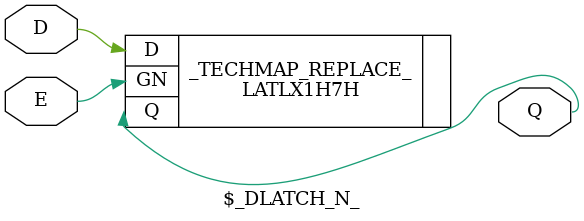
<source format=v>
module $_DLATCH_P_(input E, input D, output Q);
    LATHX1H7H _TECHMAP_REPLACE_ (
        .D(D),
        .G(E),
        .Q(Q)
        );
endmodule

module $_DLATCH_N_(input E, input D, output Q);
    LATLX1H7H _TECHMAP_REPLACE_ (
        .D(D),
        .GN(E),
        .Q(Q)
        );
endmodule

</source>
